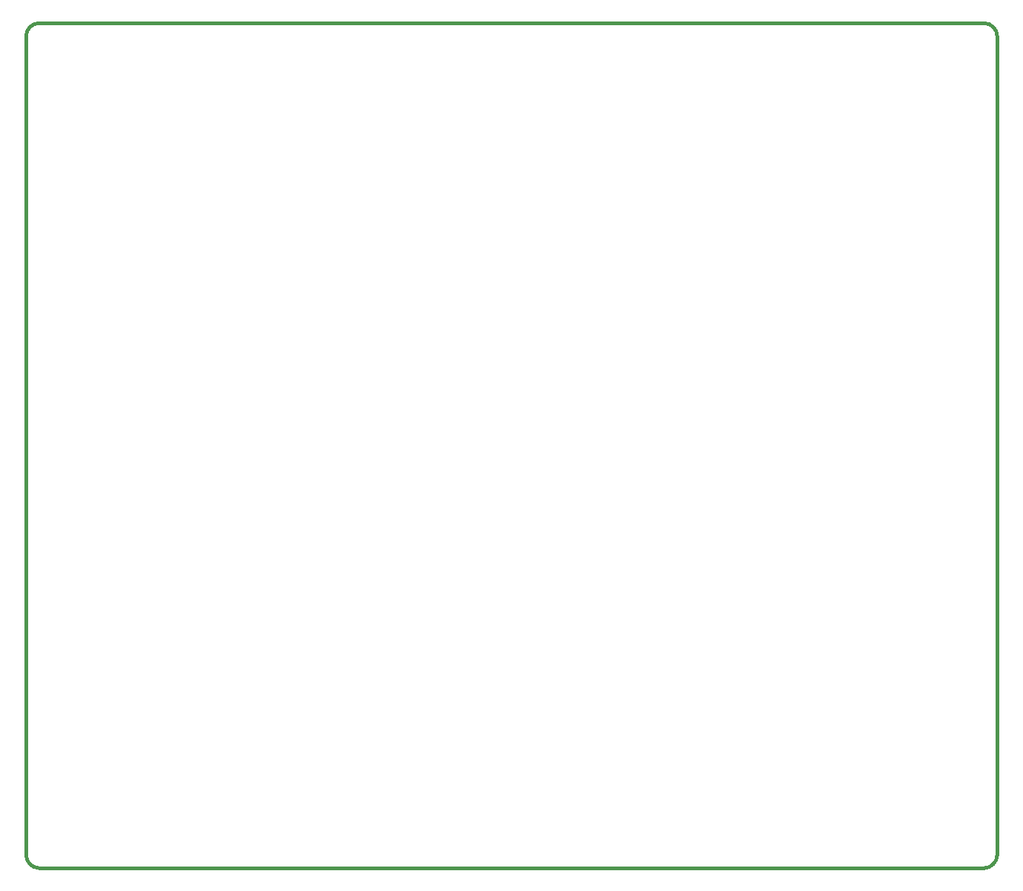
<source format=gbr>
G04 (created by PCBNEW (2013-02-13 BZR 3947)-testing) date 12/19/2013 8:38:14 AM*
%MOIN*%
G04 Gerber Fmt 3.4, Leading zero omitted, Abs format*
%FSLAX34Y34*%
G01*
G70*
G90*
G04 APERTURE LIST*
%ADD10C,0.006*%
%ADD11C,0.015*%
G04 APERTURE END LIST*
G54D10*
G54D11*
X32900Y-58900D02*
X32900Y-22100D01*
X76000Y-59500D02*
X33500Y-59500D01*
X76600Y-22100D02*
X76600Y-58900D01*
X33500Y-21500D02*
X76000Y-21500D01*
X33500Y-21500D02*
G75*
G03X32900Y-22100I0J-600D01*
G74*
G01*
X76600Y-22100D02*
G75*
G03X76000Y-21500I-600J0D01*
G74*
G01*
X76000Y-59500D02*
G75*
G03X76600Y-58900I0J600D01*
G74*
G01*
X32900Y-58900D02*
G75*
G03X33500Y-59500I600J0D01*
G74*
G01*
M02*

</source>
